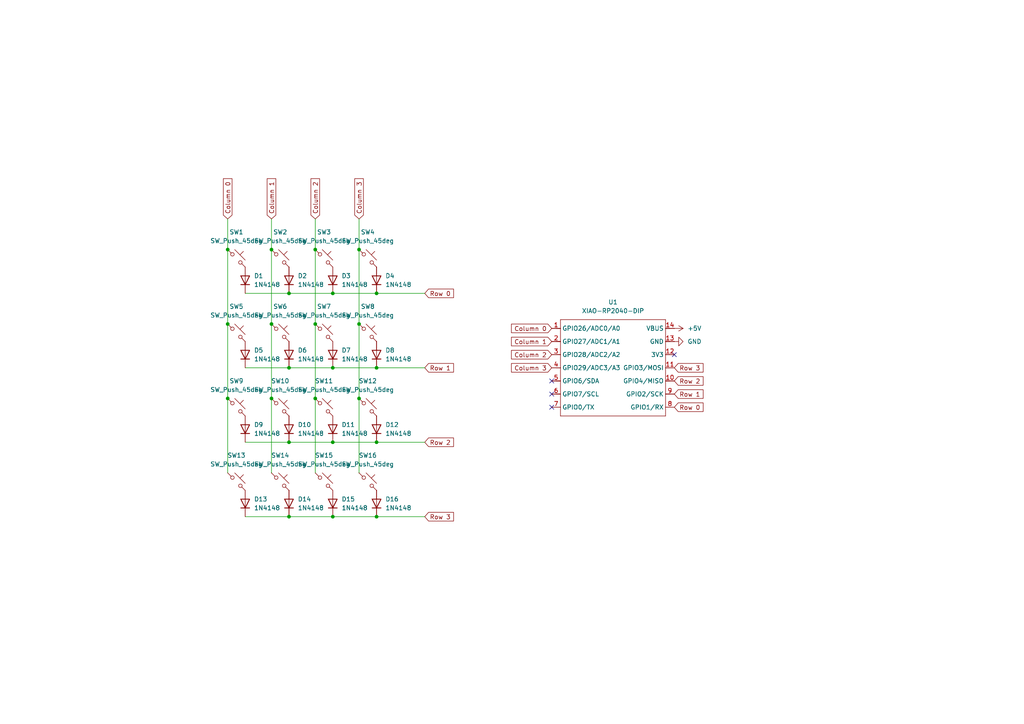
<source format=kicad_sch>
(kicad_sch (version 20231120) (generator "eeschema") (generator_version "8.0")
  (paper "A4")
  (lib_symbols
    (symbol "Diode:1N4148" (pin_numbers hide) (pin_names hide)
      (property "Reference" "D" (at 0 2.54 0))
      (property "Value" "1N4148" (at 0 -2.54 0))
      (symbol "1N4148_0_1"
        (polyline (pts (xy -1.27 1.27) (xy -1.27 -1.27)) (stroke (width 0.254)))
        (polyline (pts (xy 1.27 0) (xy -1.27 0)))
        (polyline (pts (xy 1.27 1.27) (xy 1.27 -1.27) (xy -1.27 0) (xy 1.27 1.27)) (stroke (width 0.254)))
      )
      (symbol "1N4148_1_1"
        (pin passive line (at -3.81 0 0) (length 2.54) (name "K") (number "1"))
        (pin passive line (at 3.81 0 180) (length 2.54) (name "A") (number "2"))
      )
    )
    (symbol "OPL:XIAO-RP2040-DIP"
      (property "Reference" "U" (at 0 0 0))
      (property "Value" "XIAO-RP2040-DIP" (at 5.334 -1.778 0))
      (symbol "XIAO-RP2040-DIP_1_0"
        (polyline (pts (xy -1.27 -30.48) (xy -1.27 -16.51)) (stroke (width 0.1524)))
        (polyline (pts (xy -1.27 -27.94) (xy -2.54 -27.94)) (stroke (width 0.1524)))
        (polyline (pts (xy -1.27 -24.13) (xy -2.54 -24.13)) (stroke (width 0.1524)))
        (polyline (pts (xy -1.27 -20.32) (xy -2.54 -20.32)) (stroke (width 0.1524)))
        (polyline (pts (xy -1.27 -16.51) (xy -2.54 -16.51)) (stroke (width 0.1524)))
        (polyline (pts (xy -1.27 -16.51) (xy -1.27 -12.7)) (stroke (width 0.1524)))
        (polyline (pts (xy -1.27 -12.7) (xy -2.54 -12.7)) (stroke (width 0.1524)))
        (polyline (pts (xy -1.27 -12.7) (xy -1.27 -8.89)) (stroke (width 0.1524)))
        (polyline (pts (xy -1.27 -8.89) (xy -2.54 -8.89)) (stroke (width 0.1524)))
        (polyline (pts (xy -1.27 -8.89) (xy -1.27 -5.08)) (stroke (width 0.1524)))
        (polyline (pts (xy -1.27 -5.08) (xy -2.54 -5.08)) (stroke (width 0.1524)))
        (polyline (pts (xy -1.27 -5.08) (xy -1.27 -2.54)) (stroke (width 0.1524)))
        (polyline (pts (xy -1.27 -2.54) (xy 29.21 -2.54)) (stroke (width 0.1524)))
        (polyline (pts (xy 29.21 -30.48) (xy -1.27 -30.48)) (stroke (width 0.1524)))
        (polyline (pts (xy 29.21 -12.7) (xy 29.21 -30.48)) (stroke (width 0.1524)))
        (polyline (pts (xy 29.21 -8.89) (xy 29.21 -12.7)) (stroke (width 0.1524)))
        (polyline (pts (xy 29.21 -5.08) (xy 29.21 -8.89)) (stroke (width 0.1524)))
        (polyline (pts (xy 29.21 -2.54) (xy 29.21 -5.08)) (stroke (width 0.1524)))
        (polyline (pts (xy 30.48 -27.94) (xy 29.21 -27.94)) (stroke (width 0.1524)))
        (polyline (pts (xy 30.48 -24.13) (xy 29.21 -24.13)) (stroke (width 0.1524)))
        (polyline (pts (xy 30.48 -20.32) (xy 29.21 -20.32)) (stroke (width 0.1524)))
        (polyline (pts (xy 30.48 -16.51) (xy 29.21 -16.51)) (stroke (width 0.1524)))
        (polyline (pts (xy 30.48 -12.7) (xy 29.21 -12.7)) (stroke (width 0.1524)))
        (polyline (pts (xy 30.48 -8.89) (xy 29.21 -8.89)) (stroke (width 0.1524)))
        (polyline (pts (xy 30.48 -5.08) (xy 29.21 -5.08)) (stroke (width 0.1524)))
        (pin passive line (at -3.81 -5.08 0) (length 2.54) (name "GPIO26/ADC0/A0") (number "1"))
        (pin passive line (at 31.75 -20.32 180) (length 2.54) (name "GPIO4/MISO") (number "10"))
        (pin passive line (at 31.75 -16.51 180) (length 2.54) (name "GPIO3/MOSI") (number "11"))
        (pin passive line (at 31.75 -12.7 180) (length 2.54) (name "3V3") (number "12"))
        (pin passive line (at 31.75 -8.89 180) (length 2.54) (name "GND") (number "13"))
        (pin passive line (at 31.75 -5.08 180) (length 2.54) (name "VBUS") (number "14"))
        (pin passive line (at -3.81 -8.89 0) (length 2.54) (name "GPIO27/ADC1/A1") (number "2"))
        (pin passive line (at -3.81 -12.7 0) (length 2.54) (name "GPIO28/ADC2/A2") (number "3"))
        (pin passive line (at -3.81 -16.51 0) (length 2.54) (name "GPIO29/ADC3/A3") (number "4"))
        (pin passive line (at -3.81 -20.32 0) (length 2.54) (name "GPIO6/SDA") (number "5"))
        (pin passive line (at -3.81 -24.13 0) (length 2.54) (name "GPIO7/SCL") (number "6"))
        (pin passive line (at -3.81 -27.94 0) (length 2.54) (name "GPIO0/TX") (number "7"))
        (pin passive line (at 31.75 -27.94 180) (length 2.54) (name "GPIO1/RX") (number "8"))
        (pin passive line (at 31.75 -24.13 180) (length 2.54) (name "GPIO2/SCK") (number "9"))
      )
    )
    (symbol "Switch:SW_Push_45deg" (pin_numbers hide) (pin_names (offset 1.016) hide)
      (property "Reference" "SW" (at 3.048 1.016 0))
      (property "Value" "SW_Push_45deg" (at 0 -3.81 0))
      (symbol "SW_Push_45deg_0_1"
        (circle (center -1.1684 1.1684) (radius 0.508))
        (polyline (pts (xy -0.508 2.54) (xy 2.54 -0.508)))
        (polyline (pts (xy 1.016 1.016) (xy 2.032 2.032)))
        (polyline (pts (xy -2.54 2.54) (xy -1.524 1.524) (xy -1.524 1.524)))
        (polyline (pts (xy 1.524 -1.524) (xy 2.54 -2.54) (xy 2.54 -2.54) (xy 2.54 -2.54)))
        (circle (center 1.143 -1.1938) (radius 0.508))
        (pin passive line (at -2.54 2.54 0) (length 0) (name "1") (number "1"))
        (pin passive line (at 2.54 -2.54 180) (length 0) (name "2") (number "2"))
      )
    )
    (symbol "power:+5V" (power) (pin_numbers hide) (pin_names (offset 0) hide)
      (property "Value" "+5V" (at 0 3.556 0))
      (symbol "+5V_0_1"
        (polyline (pts (xy -0.762 1.27) (xy 0 2.54)))
        (polyline (pts (xy 0 0) (xy 0 2.54)))
        (polyline (pts (xy 0 2.54) (xy 0.762 1.27)))
      )
      (symbol "+5V_1_1"
        (pin power_in line (at 0 0 90) (length 0) (name "~") (number "1"))
      )
    )
    (symbol "power:GND" (power) (pin_numbers hide) (pin_names (offset 0) hide)
      (property "Value" "GND" (at 0 -3.81 0))
      (symbol "GND_0_1"
        (polyline (pts (xy 0 0) (xy 0 -1.27) (xy 1.27 -1.27) (xy 0 -2.54) (xy -1.27 -1.27) (xy 0 -1.27)))
      )
      (symbol "GND_1_1"
        (pin power_in line (at 0 0 270) (length 0) (name "~") (number "1"))
      )
    )
  )
  (junction (at 83.82 106.68))
  (junction (at 109.22 85.09))
  (junction (at 83.82 85.09))
  (junction (at 109.22 149.86))
  (junction (at 78.74 115.57))
  (junction (at 96.52 128.27))
  (junction (at 66.04 115.57))
  (junction (at 83.82 149.86))
  (junction (at 109.22 128.27))
  (junction (at 66.04 72.39))
  (junction (at 104.14 93.98))
  (junction (at 66.04 93.98))
  (junction (at 96.52 85.09))
  (junction (at 91.44 93.98))
  (junction (at 91.44 115.57))
  (junction (at 78.74 72.39))
  (junction (at 104.14 72.39))
  (junction (at 78.74 93.98))
  (junction (at 104.14 115.57))
  (junction (at 96.52 106.68))
  (junction (at 91.44 72.39))
  (junction (at 109.22 106.68))
  (junction (at 96.52 149.86))
  (junction (at 83.82 128.27))
  (no_connect (at 160.02 110.49))
  (no_connect (at 160.02 118.11))
  (no_connect (at 195.58 102.87))
  (no_connect (at 160.02 114.3))
  (wire (pts (xy 71.12 128.27) (xy 83.82 128.27)))
  (wire (pts (xy 66.04 72.39) (xy 66.04 93.98)))
  (wire (pts (xy 83.82 149.86) (xy 96.52 149.86)))
  (wire (pts (xy 66.04 63.5) (xy 66.04 72.39)))
  (wire (pts (xy 71.12 106.68) (xy 83.82 106.68)))
  (wire (pts (xy 109.22 128.27) (xy 123.19 128.27)))
  (wire (pts (xy 104.14 115.57) (xy 104.14 137.16)))
  (wire (pts (xy 91.44 63.5) (xy 91.44 72.39)))
  (wire (pts (xy 104.14 93.98) (xy 104.14 115.57)))
  (wire (pts (xy 66.04 93.98) (xy 66.04 115.57)))
  (wire (pts (xy 109.22 149.86) (xy 123.19 149.86)))
  (wire (pts (xy 96.52 149.86) (xy 109.22 149.86)))
  (wire (pts (xy 78.74 72.39) (xy 78.74 93.98)))
  (wire (pts (xy 66.04 115.57) (xy 66.04 137.16)))
  (wire (pts (xy 78.74 93.98) (xy 78.74 115.57)))
  (wire (pts (xy 104.14 72.39) (xy 104.14 93.98)))
  (wire (pts (xy 78.74 63.5) (xy 78.74 72.39)))
  (wire (pts (xy 91.44 115.57) (xy 91.44 137.16)))
  (wire (pts (xy 71.12 85.09) (xy 83.82 85.09)))
  (wire (pts (xy 96.52 128.27) (xy 109.22 128.27)))
  (wire (pts (xy 104.14 63.5) (xy 104.14 72.39)))
  (wire (pts (xy 78.74 115.57) (xy 78.74 137.16)))
  (wire (pts (xy 71.12 149.86) (xy 83.82 149.86)))
  (wire (pts (xy 91.44 93.98) (xy 91.44 115.57)))
  (wire (pts (xy 96.52 106.68) (xy 109.22 106.68)))
  (wire (pts (xy 91.44 72.39) (xy 91.44 93.98)))
  (wire (pts (xy 109.22 106.68) (xy 123.19 106.68)))
  (wire (pts (xy 96.52 85.09) (xy 109.22 85.09)))
  (wire (pts (xy 83.82 106.68) (xy 96.52 106.68)))
  (wire (pts (xy 83.82 85.09) (xy 96.52 85.09)))
  (wire (pts (xy 109.22 85.09) (xy 123.19 85.09)))
  (wire (pts (xy 83.82 128.27) (xy 96.52 128.27)))
  (global_label "Row 1" (shape input) (at 195.58 114.3 0) (property "Intersheetrefs" "${INTERSHEET_REFS}" (effects (hide yes))))
  (global_label "Column 2" (shape input) (at 160.02 102.87 180) (property "Intersheetrefs" "${INTERSHEET_REFS}" (effects (hide yes))))
  (global_label "Column 3" (shape input) (at 160.02 106.68 180) (property "Intersheetrefs" "${INTERSHEET_REFS}" (effects (hide yes))))
  (global_label "Row 2" (shape input) (at 195.58 110.49 0) (property "Intersheetrefs" "${INTERSHEET_REFS}" (effects (hide yes))))
  (global_label "Row 2" (shape input) (at 123.19 128.27 0) (property "Intersheetrefs" "${INTERSHEET_REFS}" (effects (hide yes))))
  (global_label "Column 0" (shape input) (at 66.04 63.5 90) (property "Intersheetrefs" "${INTERSHEET_REFS}" (effects (hide yes))))
  (global_label "Row 0" (shape input) (at 195.58 118.11 0) (property "Intersheetrefs" "${INTERSHEET_REFS}" (effects (hide yes))))
  (global_label "Row 3" (shape input) (at 123.19 149.86 0) (property "Intersheetrefs" "${INTERSHEET_REFS}" (effects (hide yes))))
  (global_label "Row 3" (shape input) (at 195.58 106.68 0) (property "Intersheetrefs" "${INTERSHEET_REFS}" (effects (hide yes))))
  (global_label "Column 3" (shape input) (at 104.14 63.5 90) (property "Intersheetrefs" "${INTERSHEET_REFS}" (effects (hide yes))))
  (global_label "Column 1" (shape input) (at 78.74 63.5 90) (property "Intersheetrefs" "${INTERSHEET_REFS}" (effects (hide yes))))
  (global_label "Row 1" (shape input) (at 123.19 106.68 0) (property "Intersheetrefs" "${INTERSHEET_REFS}" (effects (hide yes))))
  (global_label "Column 1" (shape input) (at 160.02 99.06 180) (property "Intersheetrefs" "${INTERSHEET_REFS}" (effects (hide yes))))
  (global_label "Column 0" (shape input) (at 160.02 95.25 180) (property "Intersheetrefs" "${INTERSHEET_REFS}" (effects (hide yes))))
  (global_label "Row 0" (shape input) (at 123.19 85.09 0) (property "Intersheetrefs" "${INTERSHEET_REFS}" (effects (hide yes))))
  (global_label "Column 2" (shape input) (at 91.44 63.5 90) (property "Intersheetrefs" "${INTERSHEET_REFS}" (effects (hide yes))))
  (symbol (lib_id "Diode:1N4148") (at 96.52 146.05 90) (unit 1)
    (property "Reference" "D15" (at 99.06 144.7799 90) (effects (justify right)))
    (property "Value" "1N4148" (at 99.06 147.3199 90) (effects (justify right)))
    (property "Footprint" "Diode_THT:D_DO-35_SOD27_P7.62mm_Horizontal" (effects (hide yes)))
    (property "Datasheet" "https://assets.nexperia.com/documents/data-sheet/1N4148_1N4448.pdf" (effects (hide yes)))
    (property "Description" "100V 0.15A standard switching diode, DO-35" (effects (hide yes)))
    (property "Sim.Device" "D" (effects (hide yes)))
    (property "Sim.Pins" "1=K 2=A" (effects (hide yes)))
  )
  (symbol (lib_id "Diode:1N4148") (at 109.22 81.28 90) (unit 1)
    (property "Reference" "D4" (at 111.76 80.0099 90) (effects (justify right)))
    (property "Value" "1N4148" (at 111.76 82.5499 90) (effects (justify right)))
    (property "Footprint" "Diode_THT:D_DO-35_SOD27_P7.62mm_Horizontal" (effects (hide yes)))
    (property "Datasheet" "https://assets.nexperia.com/documents/data-sheet/1N4148_1N4448.pdf" (effects (hide yes)))
    (property "Description" "100V 0.15A standard switching diode, DO-35" (effects (hide yes)))
    (property "Sim.Device" "D" (effects (hide yes)))
    (property "Sim.Pins" "1=K 2=A" (effects (hide yes)))
  )
  (symbol (lib_id "Switch:SW_Push_45deg") (at 106.68 139.7 0) (unit 1)
    (property "Reference" "SW16" (at 106.68 132.08 0))
    (property "Value" "SW_Push_45deg" (at 106.68 134.62 0))
    (property "Footprint" "Button_Switch_Keyboard:SW_Cherry_MX_1.00u_PCB" (effects (hide yes)))
    (property "Description" "Push button switch, normally open, two pins, 45° tilted" (effects (hide yes)))
  )
  (symbol (lib_id "Switch:SW_Push_45deg") (at 106.68 96.52 0) (unit 1)
    (property "Reference" "SW8" (at 106.68 88.9 0))
    (property "Value" "SW_Push_45deg" (at 106.68 91.44 0))
    (property "Footprint" "Button_Switch_Keyboard:SW_Cherry_MX_1.00u_PCB" (effects (hide yes)))
    (property "Description" "Push button switch, normally open, two pins, 45° tilted" (effects (hide yes)))
  )
  (symbol (lib_id "Switch:SW_Push_45deg") (at 93.98 139.7 0) (unit 1)
    (property "Reference" "SW15" (at 93.98 132.08 0))
    (property "Value" "SW_Push_45deg" (at 93.98 134.62 0))
    (property "Footprint" "Button_Switch_Keyboard:SW_Cherry_MX_1.00u_PCB" (effects (hide yes)))
    (property "Description" "Push button switch, normally open, two pins, 45° tilted" (effects (hide yes)))
  )
  (symbol (lib_id "power:GND") (at 195.58 99.06 90) (unit 1)
    (property "Reference" "#PWR04" (effects (hide yes)))
    (property "Value" "GND" (at 199.39 99.0599 90) (effects (justify right)))
    (property "Description" "Power symbol creates a global label with name \"GND\" , ground" (effects (hide yes)))
  )
  (symbol (lib_id "Switch:SW_Push_45deg") (at 106.68 118.11 0) (unit 1)
    (property "Reference" "SW12" (at 106.68 110.49 0))
    (property "Value" "SW_Push_45deg" (at 106.68 113.03 0))
    (property "Footprint" "Button_Switch_Keyboard:SW_Cherry_MX_1.00u_PCB" (effects (hide yes)))
    (property "Description" "Push button switch, normally open, two pins, 45° tilted" (effects (hide yes)))
  )
  (symbol (lib_id "Switch:SW_Push_45deg") (at 68.58 96.52 0) (unit 1)
    (property "Reference" "SW5" (at 68.58 88.9 0))
    (property "Value" "SW_Push_45deg" (at 68.58 91.44 0))
    (property "Footprint" "Button_Switch_Keyboard:SW_Cherry_MX_1.00u_PCB" (effects (hide yes)))
    (property "Description" "Push button switch, normally open, two pins, 45° tilted" (effects (hide yes)))
  )
  (symbol (lib_id "Diode:1N4148") (at 71.12 102.87 90) (unit 1)
    (property "Reference" "D5" (at 73.66 101.5999 90) (effects (justify right)))
    (property "Value" "1N4148" (at 73.66 104.1399 90) (effects (justify right)))
    (property "Footprint" "Diode_THT:D_DO-35_SOD27_P7.62mm_Horizontal" (effects (hide yes)))
    (property "Datasheet" "https://assets.nexperia.com/documents/data-sheet/1N4148_1N4448.pdf" (effects (hide yes)))
    (property "Description" "100V 0.15A standard switching diode, DO-35" (effects (hide yes)))
    (property "Sim.Device" "D" (effects (hide yes)))
    (property "Sim.Pins" "1=K 2=A" (effects (hide yes)))
  )
  (symbol (lib_id "Switch:SW_Push_45deg") (at 93.98 118.11 0) (unit 1)
    (property "Reference" "SW11" (at 93.98 110.49 0))
    (property "Value" "SW_Push_45deg" (at 93.98 113.03 0))
    (property "Footprint" "Button_Switch_Keyboard:SW_Cherry_MX_1.00u_PCB" (effects (hide yes)))
    (property "Description" "Push button switch, normally open, two pins, 45° tilted" (effects (hide yes)))
  )
  (symbol (lib_id "Diode:1N4148") (at 71.12 146.05 90) (unit 1)
    (property "Reference" "D13" (at 73.66 144.7799 90) (effects (justify right)))
    (property "Value" "1N4148" (at 73.66 147.3199 90) (effects (justify right)))
    (property "Footprint" "Diode_THT:D_DO-35_SOD27_P7.62mm_Horizontal" (effects (hide yes)))
    (property "Datasheet" "https://assets.nexperia.com/documents/data-sheet/1N4148_1N4448.pdf" (effects (hide yes)))
    (property "Description" "100V 0.15A standard switching diode, DO-35" (effects (hide yes)))
    (property "Sim.Device" "D" (effects (hide yes)))
    (property "Sim.Pins" "1=K 2=A" (effects (hide yes)))
  )
  (symbol (lib_id "power:+5V") (at 195.58 95.25 270) (unit 1)
    (property "Reference" "#PWR03" (effects (hide yes)))
    (property "Value" "+5V" (at 199.39 95.2499 90) (effects (justify left)))
    (property "Description" "Power symbol creates a global label with name \"+5V\"" (effects (hide yes)))
  )
  (symbol (lib_id "Switch:SW_Push_45deg") (at 93.98 96.52 0) (unit 1)
    (property "Reference" "SW7" (at 93.98 88.9 0))
    (property "Value" "SW_Push_45deg" (at 93.98 91.44 0))
    (property "Footprint" "Button_Switch_Keyboard:SW_Cherry_MX_1.00u_PCB" (effects (hide yes)))
    (property "Description" "Push button switch, normally open, two pins, 45° tilted" (effects (hide yes)))
  )
  (symbol (lib_id "Switch:SW_Push_45deg") (at 68.58 139.7 0) (unit 1)
    (property "Reference" "SW13" (at 68.58 132.08 0))
    (property "Value" "SW_Push_45deg" (at 68.58 134.62 0))
    (property "Footprint" "Button_Switch_Keyboard:SW_Cherry_MX_1.00u_PCB" (effects (hide yes)))
    (property "Description" "Push button switch, normally open, two pins, 45° tilted" (effects (hide yes)))
  )
  (symbol (lib_id "Diode:1N4148") (at 83.82 146.05 90) (unit 1)
    (property "Reference" "D14" (at 86.36 144.7799 90) (effects (justify right)))
    (property "Value" "1N4148" (at 86.36 147.3199 90) (effects (justify right)))
    (property "Footprint" "Diode_THT:D_DO-35_SOD27_P7.62mm_Horizontal" (effects (hide yes)))
    (property "Datasheet" "https://assets.nexperia.com/documents/data-sheet/1N4148_1N4448.pdf" (effects (hide yes)))
    (property "Description" "100V 0.15A standard switching diode, DO-35" (effects (hide yes)))
    (property "Sim.Device" "D" (effects (hide yes)))
    (property "Sim.Pins" "1=K 2=A" (effects (hide yes)))
  )
  (symbol (lib_id "Switch:SW_Push_45deg") (at 81.28 118.11 0) (unit 1)
    (property "Reference" "SW10" (at 81.28 110.49 0))
    (property "Value" "SW_Push_45deg" (at 81.28 113.03 0))
    (property "Footprint" "Button_Switch_Keyboard:SW_Cherry_MX_1.00u_PCB" (effects (hide yes)))
    (property "Description" "Push button switch, normally open, two pins, 45° tilted" (effects (hide yes)))
  )
  (symbol (lib_id "Switch:SW_Push_45deg") (at 106.68 74.93 0) (unit 1)
    (property "Reference" "SW4" (at 106.68 67.31 0))
    (property "Value" "SW_Push_45deg" (at 106.68 69.85 0))
    (property "Footprint" "Button_Switch_Keyboard:SW_Cherry_MX_1.00u_PCB" (effects (hide yes)))
    (property "Description" "Push button switch, normally open, two pins, 45° tilted" (effects (hide yes)))
  )
  (symbol (lib_id "Diode:1N4148") (at 96.52 124.46 90) (unit 1)
    (property "Reference" "D11" (at 99.06 123.1899 90) (effects (justify right)))
    (property "Value" "1N4148" (at 99.06 125.7299 90) (effects (justify right)))
    (property "Footprint" "Diode_THT:D_DO-35_SOD27_P7.62mm_Horizontal" (effects (hide yes)))
    (property "Datasheet" "https://assets.nexperia.com/documents/data-sheet/1N4148_1N4448.pdf" (effects (hide yes)))
    (property "Description" "100V 0.15A standard switching diode, DO-35" (effects (hide yes)))
    (property "Sim.Device" "D" (effects (hide yes)))
    (property "Sim.Pins" "1=K 2=A" (effects (hide yes)))
  )
  (symbol (lib_id "OPL:XIAO-RP2040-DIP") (at 163.83 90.17 0) (unit 1)
    (property "Reference" "U1" (at 177.8 87.63 0))
    (property "Value" "XIAO-RP2040-DIP" (at 177.8 90.17 0))
    (property "Footprint" "OPL:XIAO-RP2040-DIP" (effects (hide yes)))
  )
  (symbol (lib_id "Diode:1N4148") (at 83.82 102.87 90) (unit 1)
    (property "Reference" "D6" (at 86.36 101.5999 90) (effects (justify right)))
    (property "Value" "1N4148" (at 86.36 104.1399 90) (effects (justify right)))
    (property "Footprint" "Diode_THT:D_DO-35_SOD27_P7.62mm_Horizontal" (effects (hide yes)))
    (property "Datasheet" "https://assets.nexperia.com/documents/data-sheet/1N4148_1N4448.pdf" (effects (hide yes)))
    (property "Description" "100V 0.15A standard switching diode, DO-35" (effects (hide yes)))
    (property "Sim.Device" "D" (effects (hide yes)))
    (property "Sim.Pins" "1=K 2=A" (effects (hide yes)))
  )
  (symbol (lib_id "Diode:1N4148") (at 83.82 81.28 90) (unit 1)
    (property "Reference" "D2" (at 86.36 80.0099 90) (effects (justify right)))
    (property "Value" "1N4148" (at 86.36 82.5499 90) (effects (justify right)))
    (property "Footprint" "Diode_THT:D_DO-35_SOD27_P7.62mm_Horizontal" (effects (hide yes)))
    (property "Datasheet" "https://assets.nexperia.com/documents/data-sheet/1N4148_1N4448.pdf" (effects (hide yes)))
    (property "Description" "100V 0.15A standard switching diode, DO-35" (effects (hide yes)))
    (property "Sim.Device" "D" (effects (hide yes)))
    (property "Sim.Pins" "1=K 2=A" (effects (hide yes)))
  )
  (symbol (lib_id "Diode:1N4148") (at 109.22 146.05 90) (unit 1)
    (property "Reference" "D16" (at 111.76 144.7799 90) (effects (justify right)))
    (property "Value" "1N4148" (at 111.76 147.3199 90) (effects (justify right)))
    (property "Footprint" "Diode_THT:D_DO-35_SOD27_P7.62mm_Horizontal" (effects (hide yes)))
    (property "Datasheet" "https://assets.nexperia.com/documents/data-sheet/1N4148_1N4448.pdf" (effects (hide yes)))
    (property "Description" "100V 0.15A standard switching diode, DO-35" (effects (hide yes)))
    (property "Sim.Device" "D" (effects (hide yes)))
    (property "Sim.Pins" "1=K 2=A" (effects (hide yes)))
  )
  (symbol (lib_id "Switch:SW_Push_45deg") (at 68.58 118.11 0) (unit 1)
    (property "Reference" "SW9" (at 68.58 110.49 0))
    (property "Value" "SW_Push_45deg" (at 68.58 113.03 0))
    (property "Footprint" "Button_Switch_Keyboard:SW_Cherry_MX_1.00u_PCB" (effects (hide yes)))
    (property "Description" "Push button switch, normally open, two pins, 45° tilted" (effects (hide yes)))
  )
  (symbol (lib_id "Switch:SW_Push_45deg") (at 93.98 74.93 0) (unit 1)
    (property "Reference" "SW3" (at 93.98 67.31 0))
    (property "Value" "SW_Push_45deg" (at 93.98 69.85 0))
    (property "Footprint" "Button_Switch_Keyboard:SW_Cherry_MX_1.00u_PCB" (effects (hide yes)))
    (property "Description" "Push button switch, normally open, two pins, 45° tilted" (effects (hide yes)))
  )
  (symbol (lib_id "Diode:1N4148") (at 71.12 124.46 90) (unit 1)
    (property "Reference" "D9" (at 73.66 123.1899 90) (effects (justify right)))
    (property "Value" "1N4148" (at 73.66 125.7299 90) (effects (justify right)))
    (property "Footprint" "Diode_THT:D_DO-35_SOD27_P7.62mm_Horizontal" (effects (hide yes)))
    (property "Datasheet" "https://assets.nexperia.com/documents/data-sheet/1N4148_1N4448.pdf" (effects (hide yes)))
    (property "Description" "100V 0.15A standard switching diode, DO-35" (effects (hide yes)))
    (property "Sim.Device" "D" (effects (hide yes)))
    (property "Sim.Pins" "1=K 2=A" (effects (hide yes)))
  )
  (symbol (lib_id "Diode:1N4148") (at 96.52 81.28 90) (unit 1)
    (property "Reference" "D3" (at 99.06 80.0099 90) (effects (justify right)))
    (property "Value" "1N4148" (at 99.06 82.5499 90) (effects (justify right)))
    (property "Footprint" "Diode_THT:D_DO-35_SOD27_P7.62mm_Horizontal" (effects (hide yes)))
    (property "Datasheet" "https://assets.nexperia.com/documents/data-sheet/1N4148_1N4448.pdf" (effects (hide yes)))
    (property "Description" "100V 0.15A standard switching diode, DO-35" (effects (hide yes)))
    (property "Sim.Device" "D" (effects (hide yes)))
    (property "Sim.Pins" "1=K 2=A" (effects (hide yes)))
  )
  (symbol (lib_id "Switch:SW_Push_45deg") (at 81.28 139.7 0) (unit 1)
    (property "Reference" "SW14" (at 81.28 132.08 0))
    (property "Value" "SW_Push_45deg" (at 81.28 134.62 0))
    (property "Footprint" "Button_Switch_Keyboard:SW_Cherry_MX_1.00u_PCB" (effects (hide yes)))
    (property "Description" "Push button switch, normally open, two pins, 45° tilted" (effects (hide yes)))
  )
  (symbol (lib_id "Diode:1N4148") (at 109.22 124.46 90) (unit 1)
    (property "Reference" "D12" (at 111.76 123.1899 90) (effects (justify right)))
    (property "Value" "1N4148" (at 111.76 125.7299 90) (effects (justify right)))
    (property "Footprint" "Diode_THT:D_DO-35_SOD27_P7.62mm_Horizontal" (effects (hide yes)))
    (property "Datasheet" "https://assets.nexperia.com/documents/data-sheet/1N4148_1N4448.pdf" (effects (hide yes)))
    (property "Description" "100V 0.15A standard switching diode, DO-35" (effects (hide yes)))
    (property "Sim.Device" "D" (effects (hide yes)))
    (property "Sim.Pins" "1=K 2=A" (effects (hide yes)))
  )
  (symbol (lib_id "Diode:1N4148") (at 83.82 124.46 90) (unit 1)
    (property "Reference" "D10" (at 86.36 123.1899 90) (effects (justify right)))
    (property "Value" "1N4148" (at 86.36 125.7299 90) (effects (justify right)))
    (property "Footprint" "Diode_THT:D_DO-35_SOD27_P7.62mm_Horizontal" (effects (hide yes)))
    (property "Datasheet" "https://assets.nexperia.com/documents/data-sheet/1N4148_1N4448.pdf" (effects (hide yes)))
    (property "Description" "100V 0.15A standard switching diode, DO-35" (effects (hide yes)))
    (property "Sim.Device" "D" (effects (hide yes)))
    (property "Sim.Pins" "1=K 2=A" (effects (hide yes)))
  )
  (symbol (lib_id "Diode:1N4148") (at 109.22 102.87 90) (unit 1)
    (property "Reference" "D8" (at 111.76 101.5999 90) (effects (justify right)))
    (property "Value" "1N4148" (at 111.76 104.1399 90) (effects (justify right)))
    (property "Footprint" "Diode_THT:D_DO-35_SOD27_P7.62mm_Horizontal" (effects (hide yes)))
    (property "Datasheet" "https://assets.nexperia.com/documents/data-sheet/1N4148_1N4448.pdf" (effects (hide yes)))
    (property "Description" "100V 0.15A standard switching diode, DO-35" (effects (hide yes)))
    (property "Sim.Device" "D" (effects (hide yes)))
    (property "Sim.Pins" "1=K 2=A" (effects (hide yes)))
  )
  (symbol (lib_id "Diode:1N4148") (at 96.52 102.87 90) (unit 1)
    (property "Reference" "D7" (at 99.06 101.5999 90) (effects (justify right)))
    (property "Value" "1N4148" (at 99.06 104.1399 90) (effects (justify right)))
    (property "Footprint" "Diode_THT:D_DO-35_SOD27_P7.62mm_Horizontal" (effects (hide yes)))
    (property "Datasheet" "https://assets.nexperia.com/documents/data-sheet/1N4148_1N4448.pdf" (effects (hide yes)))
    (property "Description" "100V 0.15A standard switching diode, DO-35" (effects (hide yes)))
    (property "Sim.Device" "D" (effects (hide yes)))
    (property "Sim.Pins" "1=K 2=A" (effects (hide yes)))
  )
  (symbol (lib_id "Switch:SW_Push_45deg") (at 68.58 74.93 0) (unit 1)
    (property "Reference" "SW1" (at 68.58 67.31 0))
    (property "Value" "SW_Push_45deg" (at 68.58 69.85 0))
    (property "Footprint" "Button_Switch_Keyboard:SW_Cherry_MX_1.00u_PCB" (effects (hide yes)))
    (property "Description" "Push button switch, normally open, two pins, 45° tilted" (effects (hide yes)))
  )
  (symbol (lib_id "Switch:SW_Push_45deg") (at 81.28 74.93 0) (unit 1)
    (property "Reference" "SW2" (at 81.28 67.31 0))
    (property "Value" "SW_Push_45deg" (at 81.28 69.85 0))
    (property "Footprint" "Button_Switch_Keyboard:SW_Cherry_MX_1.00u_PCB" (effects (hide yes)))
    (property "Description" "Push button switch, normally open, two pins, 45° tilted" (effects (hide yes)))
  )
  (symbol (lib_id "Diode:1N4148") (at 71.12 81.28 90) (unit 1)
    (property "Reference" "D1" (at 73.66 80.0099 90) (effects (justify right)))
    (property "Value" "1N4148" (at 73.66 82.5499 90) (effects (justify right)))
    (property "Footprint" "Diode_THT:D_DO-35_SOD27_P7.62mm_Horizontal" (effects (hide yes)))
    (property "Datasheet" "https://assets.nexperia.com/documents/data-sheet/1N4148_1N4448.pdf" (effects (hide yes)))
    (property "Description" "100V 0.15A standard switching diode, DO-35" (effects (hide yes)))
    (property "Sim.Device" "D" (effects (hide yes)))
    (property "Sim.Pins" "1=K 2=A" (effects (hide yes)))
  )
  (symbol (lib_id "Switch:SW_Push_45deg") (at 81.28 96.52 0) (unit 1)
    (property "Reference" "SW6" (at 81.28 88.9 0))
    (property "Value" "SW_Push_45deg" (at 81.28 91.44 0))
    (property "Footprint" "Button_Switch_Keyboard:SW_Cherry_MX_1.00u_PCB" (effects (hide yes)))
    (property "Description" "Push button switch, normally open, two pins, 45° tilted" (effects (hide yes)))
  )
)
</source>
